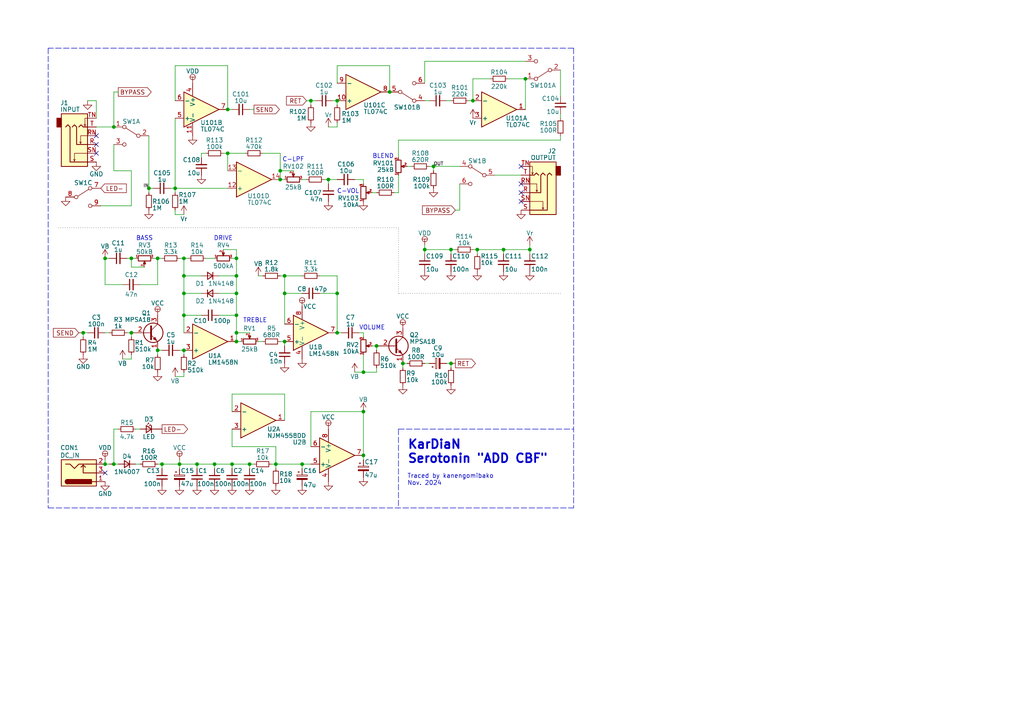
<source format=kicad_sch>
(kicad_sch (version 20231120) (generator "eeschema") (generator_version "8.0")
  (paper "A4")
  (junction (at 53.34 101.6))
  (junction (at 113.03 26.67))
  (junction (at 24.13 96.52))
  (junction (at 38.1 96.52))
  (junction (at 66.04 31.75))
  (junction (at 80.01 134.62))
  (junction (at 68.58 96.52))
  (junction (at 30.48 134.62))
  (junction (at 53.34 80.01))
  (junction (at 66.04 44.45))
  (junction (at 130.81 105.41))
  (junction (at 81.28 52.07))
  (junction (at 109.22 100.33))
  (junction (at 95.25 52.07))
  (junction (at 87.63 134.62))
  (junction (at 30.48 74.93))
  (junction (at 153.67 72.39))
  (junction (at 82.55 99.06))
  (junction (at 97.79 96.52))
  (junction (at 123.19 72.39))
  (junction (at 105.41 132.08))
  (junction (at 68.58 99.06))
  (junction (at 33.02 36.83))
  (junction (at 68.58 74.93))
  (junction (at 90.17 29.21))
  (junction (at 97.79 85.09))
  (junction (at 105.41 119.38))
  (junction (at 146.05 72.39))
  (junction (at 68.58 80.01))
  (junction (at 45.72 101.6))
  (junction (at 68.58 85.09))
  (junction (at 53.34 85.09))
  (junction (at 81.28 49.53))
  (junction (at 45.72 74.93))
  (junction (at 67.31 134.62))
  (junction (at 38.1 74.93))
  (junction (at 46.99 134.62))
  (junction (at 82.55 85.09))
  (junction (at 82.55 80.01))
  (junction (at 105.41 107.95))
  (junction (at 97.79 29.21))
  (junction (at 57.15 134.62))
  (junction (at 52.07 134.62))
  (junction (at 152.4 22.86))
  (junction (at 68.58 91.44))
  (junction (at 130.81 72.39))
  (junction (at 125.73 48.26))
  (junction (at 62.23 134.62))
  (junction (at 33.02 134.62))
  (junction (at 137.16 29.21))
  (junction (at 138.43 72.39))
  (junction (at 43.18 54.61))
  (junction (at 116.84 105.41))
  (junction (at 50.8 54.61))
  (junction (at 72.39 134.62))
  (junction (at 53.34 91.44))
  (junction (at 53.34 74.93))
  (no_connect (at 151.13 53.34))
  (no_connect (at 30.48 137.16))
  (no_connect (at 27.94 41.91))
  (no_connect (at 27.94 44.45))
  (no_connect (at 151.13 58.42))
  (no_connect (at 151.13 48.26))
  (no_connect (at 151.13 55.88))
  (no_connect (at 27.94 39.37))
  (wire (pts (xy 124.46 48.26) (xy 125.73 48.26)))
  (wire (pts (xy 146.05 72.39) (xy 153.67 72.39)))
  (wire (pts (xy 82.55 99.06) (xy 82.55 100.33)))
  (wire (pts (xy 129.54 29.21) (xy 130.81 29.21)))
  (wire (pts (xy 81.28 99.06) (xy 82.55 99.06)))
  (wire (pts (xy 88.9 29.21) (xy 90.17 29.21)))
  (wire (pts (xy 102.87 52.07) (xy 105.41 52.07)))
  (wire (pts (xy 105.41 107.95) (xy 109.22 107.95)))
  (wire (pts (xy 53.34 62.23) (xy 50.8 62.23)))
  (wire (pts (xy 68.58 85.09) (xy 68.58 91.44)))
  (wire (pts (xy 92.71 85.09) (xy 97.79 85.09)))
  (wire (pts (xy 43.18 54.61) (xy 43.18 55.88)))
  (wire (pts (xy 72.39 134.62) (xy 72.39 135.89)))
  (wire (pts (xy 123.19 105.41) (xy 124.46 105.41)))
  (wire (pts (xy 46.99 134.62) (xy 46.99 135.89)))
  (wire (pts (xy 41.91 77.47) (xy 38.1 77.47)))
  (wire (pts (xy 38.1 102.87) (xy 38.1 104.14)))
  (wire (pts (xy 57.15 134.62) (xy 57.15 135.89)))
  (wire (pts (xy 138.43 72.39) (xy 137.16 72.39)))
  (wire (pts (xy 81.28 49.53) (xy 81.28 52.07)))
  (wire (pts (xy 45.72 134.62) (xy 46.99 134.62)))
  (wire (pts (xy 67.31 124.46) (xy 67.31 129.54)))
  (wire (pts (xy 46.99 134.62) (xy 52.07 134.62)))
  (wire (pts (xy 52.07 74.93) (xy 53.34 74.93)))
  (wire (pts (xy 74.93 80.01) (xy 76.2 80.01)))
  (wire (pts (xy 66.04 44.45) (xy 66.04 49.53)))
  (wire (pts (xy 38.1 49.53) (xy 33.02 49.53)))
  (wire (pts (xy 115.57 40.64) (xy 162.56 40.64)))
  (wire (pts (xy 95.25 52.07) (xy 97.79 52.07)))
  (wire (pts (xy 33.02 49.53) (xy 33.02 41.91)))
  (wire (pts (xy 24.13 96.52) (xy 25.4 96.52)))
  (wire (pts (xy 105.41 132.08) (xy 105.41 133.35)))
  (wire (pts (xy 53.34 80.01) (xy 53.34 85.09)))
  (wire (pts (xy 72.39 31.75) (xy 73.66 31.75)))
  (polyline (pts (xy 166.37 13.97) (xy 13.97 13.97)) (stroke (width 0) (type dash)))
  (wire (pts (xy 68.58 74.93) (xy 68.58 80.01)))
  (wire (pts (xy 67.31 119.38) (xy 67.31 114.3)))
  (wire (pts (xy 97.79 85.09) (xy 97.79 96.52)))
  (wire (pts (xy 50.8 29.21) (xy 50.8 19.05)))
  (wire (pts (xy 27.94 29.21) (xy 27.94 34.29)))
  (wire (pts (xy 52.07 135.89) (xy 52.07 134.62)))
  (wire (pts (xy 50.8 54.61) (xy 66.04 54.61)))
  (wire (pts (xy 68.58 91.44) (xy 63.5 91.44)))
  (wire (pts (xy 104.14 96.52) (xy 105.41 96.52)))
  (wire (pts (xy 68.58 96.52) (xy 72.39 96.52)))
  (wire (pts (xy 105.41 102.87) (xy 105.41 107.95)))
  (wire (pts (xy 162.56 33.02) (xy 162.56 34.29)))
  (polyline (pts (xy 166.37 13.97) (xy 166.37 147.32)) (stroke (width 0) (type dash)))
  (wire (pts (xy 53.34 85.09) (xy 53.34 91.44)))
  (wire (pts (xy 97.79 29.21) (xy 97.79 30.48)))
  (wire (pts (xy 38.1 49.53) (xy 38.1 59.69)))
  (wire (pts (xy 50.8 54.61) (xy 50.8 34.29)))
  (wire (pts (xy 133.35 60.96) (xy 132.08 60.96)))
  (wire (pts (xy 68.58 80.01) (xy 68.58 85.09)))
  (wire (pts (xy 90.17 134.62) (xy 87.63 134.62)))
  (wire (pts (xy 82.55 80.01) (xy 82.55 85.09)))
  (wire (pts (xy 53.34 107.95) (xy 53.34 109.22)))
  (wire (pts (xy 33.02 134.62) (xy 34.29 134.62)))
  (wire (pts (xy 138.43 72.39) (xy 138.43 73.66)))
  (wire (pts (xy 147.32 22.86) (xy 152.4 22.86)))
  (wire (pts (xy 30.48 82.55) (xy 35.56 82.55)))
  (wire (pts (xy 24.13 96.52) (xy 24.13 97.79)))
  (wire (pts (xy 68.58 80.01) (xy 63.5 80.01)))
  (wire (pts (xy 58.42 80.01) (xy 53.34 80.01)))
  (wire (pts (xy 95.25 36.83) (xy 97.79 36.83)))
  (wire (pts (xy 91.44 29.21) (xy 90.17 29.21)))
  (wire (pts (xy 58.42 91.44) (xy 53.34 91.44)))
  (wire (pts (xy 30.48 96.52) (xy 31.75 96.52)))
  (wire (pts (xy 39.37 124.46) (xy 40.64 124.46)))
  (wire (pts (xy 87.63 135.89) (xy 87.63 134.62)))
  (wire (pts (xy 102.87 107.95) (xy 105.41 107.95)))
  (wire (pts (xy 38.1 74.93) (xy 39.37 74.93)))
  (wire (pts (xy 34.29 26.67) (xy 33.02 26.67)))
  (wire (pts (xy 53.34 74.93) (xy 54.61 74.93)))
  (wire (pts (xy 68.58 85.09) (xy 63.5 85.09)))
  (wire (pts (xy 142.24 22.86) (xy 137.16 22.86)))
  (wire (pts (xy 87.63 52.07) (xy 88.9 52.07)))
  (wire (pts (xy 133.35 53.34) (xy 133.35 60.96)))
  (wire (pts (xy 27.94 36.83) (xy 33.02 36.83)))
  (wire (pts (xy 123.19 73.66) (xy 123.19 72.39)))
  (wire (pts (xy 66.04 31.75) (xy 67.31 31.75)))
  (wire (pts (xy 93.98 52.07) (xy 95.25 52.07)))
  (wire (pts (xy 97.79 35.56) (xy 97.79 36.83)))
  (wire (pts (xy 66.04 19.05) (xy 66.04 31.75)))
  (wire (pts (xy 45.72 74.93) (xy 46.99 74.93)))
  (wire (pts (xy 97.79 96.52) (xy 99.06 96.52)))
  (wire (pts (xy 43.18 39.37) (xy 43.18 54.61)))
  (wire (pts (xy 33.02 26.67) (xy 33.02 36.83)))
  (wire (pts (xy 135.89 29.21) (xy 137.16 29.21)))
  (wire (pts (xy 90.17 119.38) (xy 105.41 119.38)))
  (wire (pts (xy 87.63 80.01) (xy 82.55 80.01)))
  (wire (pts (xy 50.8 54.61) (xy 50.8 55.88)))
  (wire (pts (xy 44.45 54.61) (xy 43.18 54.61)))
  (wire (pts (xy 107.95 55.88) (xy 109.22 55.88)))
  (wire (pts (xy 30.48 74.93) (xy 31.75 74.93)))
  (wire (pts (xy 81.28 49.53) (xy 85.09 49.53)))
  (wire (pts (xy 33.02 124.46) (xy 34.29 124.46)))
  (polyline (pts (xy 13.97 147.32) (xy 166.37 147.32)) (stroke (width 0) (type dash)))
  (wire (pts (xy 97.79 24.13) (xy 97.79 19.05)))
  (wire (pts (xy 36.83 74.93) (xy 38.1 74.93)))
  (polyline (pts (xy 115.57 124.46) (xy 166.37 124.46)) (stroke (width 0) (type dash)))
  (wire (pts (xy 123.19 24.13) (xy 123.19 17.78)))
  (wire (pts (xy 123.19 71.12) (xy 123.19 72.39)))
  (wire (pts (xy 68.58 72.39) (xy 68.58 74.93)))
  (wire (pts (xy 59.69 74.93) (xy 62.23 74.93)))
  (polyline (pts (xy 115.57 124.46) (xy 115.57 147.32)) (stroke (width 0) (type dash)))
  (wire (pts (xy 68.58 99.06) (xy 68.58 96.52)))
  (wire (pts (xy 68.58 91.44) (xy 68.58 96.52)))
  (wire (pts (xy 81.28 52.07) (xy 82.55 52.07)))
  (wire (pts (xy 123.19 29.21) (xy 124.46 29.21)))
  (wire (pts (xy 30.48 133.35) (xy 30.48 134.62)))
  (wire (pts (xy 82.55 85.09) (xy 87.63 85.09)))
  (wire (pts (xy 153.67 71.12) (xy 153.67 72.39)))
  (wire (pts (xy 58.42 85.09) (xy 53.34 85.09)))
  (wire (pts (xy 49.53 54.61) (xy 50.8 54.61)))
  (wire (pts (xy 116.84 105.41) (xy 116.84 106.68)))
  (wire (pts (xy 53.34 101.6) (xy 53.34 102.87)))
  (wire (pts (xy 123.19 17.78) (xy 152.4 17.78)))
  (wire (pts (xy 25.4 29.21) (xy 27.94 29.21)))
  (wire (pts (xy 67.31 135.89) (xy 67.31 134.62)))
  (wire (pts (xy 96.52 29.21) (xy 97.79 29.21)))
  (wire (pts (xy 95.25 52.07) (xy 95.25 53.34)))
  (wire (pts (xy 80.01 134.62) (xy 87.63 134.62)))
  (wire (pts (xy 45.72 82.55) (xy 45.72 74.93)))
  (wire (pts (xy 38.1 59.69) (xy 29.21 59.69)))
  (wire (pts (xy 82.55 85.09) (xy 82.55 93.98)))
  (wire (pts (xy 162.56 40.64) (xy 162.56 39.37)))
  (polyline (pts (xy 162.56 85.09) (xy 115.57 85.09)) (stroke (width 0) (type dot) (color 72 72 72 1)))
  (wire (pts (xy 125.73 48.26) (xy 125.73 49.53)))
  (wire (pts (xy 82.55 114.3) (xy 82.55 121.92)))
  (wire (pts (xy 115.57 55.88) (xy 114.3 55.88)))
  (wire (pts (xy 130.81 72.39) (xy 130.81 73.66)))
  (wire (pts (xy 80.01 134.62) (xy 80.01 129.54)))
  (wire (pts (xy 123.19 72.39) (xy 130.81 72.39)))
  (wire (pts (xy 129.54 105.41) (xy 130.81 105.41)))
  (wire (pts (xy 143.51 50.8) (xy 151.13 50.8)))
  (wire (pts (xy 44.45 74.93) (xy 45.72 74.93)))
  (wire (pts (xy 30.48 134.62) (xy 31.75 134.62)))
  (wire (pts (xy 97.79 80.01) (xy 97.79 85.09)))
  (wire (pts (xy 130.81 72.39) (xy 132.08 72.39)))
  (wire (pts (xy 71.12 44.45) (xy 66.04 44.45)))
  (wire (pts (xy 146.05 72.39) (xy 138.43 72.39)))
  (wire (pts (xy 137.16 29.21) (xy 137.16 22.86)))
  (wire (pts (xy 125.73 48.26) (xy 133.35 48.26)))
  (wire (pts (xy 78.74 134.62) (xy 80.01 134.62)))
  (wire (pts (xy 50.8 19.05) (xy 66.04 19.05)))
  (wire (pts (xy 57.15 134.62) (xy 62.23 134.62)))
  (wire (pts (xy 105.41 96.52) (xy 105.41 97.79)))
  (polyline (pts (xy 115.57 66.04) (xy 16.51 66.04)) (stroke (width 0) (type dot) (color 72 72 72 1)))
  (wire (pts (xy 53.34 74.93) (xy 53.34 80.01)))
  (polyline (pts (xy 13.97 13.97) (xy 13.97 147.32)) (stroke (width 0) (type dash)))
  (wire (pts (xy 109.22 106.68) (xy 109.22 107.95)))
  (wire (pts (xy 40.64 82.55) (xy 45.72 82.55)))
  (wire (pts (xy 58.42 44.45) (xy 58.42 45.72)))
  (wire (pts (xy 35.56 104.14) (xy 38.1 104.14)))
  (wire (pts (xy 113.03 19.05) (xy 113.03 26.67)))
  (wire (pts (xy 38.1 77.47) (xy 38.1 74.93)))
  (wire (pts (xy 50.8 60.96) (xy 50.8 62.23)))
  (wire (pts (xy 62.23 134.62) (xy 67.31 134.62)))
  (wire (pts (xy 130.81 105.41) (xy 130.81 106.68)))
  (wire (pts (xy 66.04 44.45) (xy 64.77 44.45)))
  (wire (pts (xy 72.39 134.62) (xy 73.66 134.62)))
  (wire (pts (xy 52.07 101.6) (xy 53.34 101.6)))
  (wire (pts (xy 62.23 134.62) (xy 62.23 135.89)))
  (wire (pts (xy 36.83 96.52) (xy 38.1 96.52)))
  (wire (pts (xy 38.1 96.52) (xy 38.1 97.79)))
  (wire (pts (xy 52.07 134.62) (xy 57.15 134.62)))
  (wire (pts (xy 76.2 44.45) (xy 81.28 44.45)))
  (wire (pts (xy 115.57 50.8) (xy 115.57 55.88)))
  (wire (pts (xy 81.28 80.01) (xy 82.55 80.01)))
  (wire (pts (xy 116.84 105.41) (xy 118.11 105.41)))
  (wire (pts (xy 152.4 22.86) (xy 152.4 31.75)))
  (wire (pts (xy 50.8 109.22) (xy 53.34 109.22)))
  (wire (pts (xy 115.57 40.64) (xy 115.57 45.72)))
  (wire (pts (xy 109.22 100.33) (xy 109.22 101.6)))
  (wire (pts (xy 45.72 101.6) (xy 45.72 102.87)))
  (wire (pts (xy 153.67 73.66) (xy 153.67 72.39)))
  (wire (pts (xy 92.71 80.01) (xy 97.79 80.01)))
  (wire (pts (xy 105.41 119.38) (xy 105.41 132.08)))
  (wire (pts (xy 74.93 99.06) (xy 76.2 99.06)))
  (wire (pts (xy 105.41 52.07) (xy 105.41 53.34)))
  (wire (pts (xy 113.03 19.05) (xy 97.79 19.05)))
  (wire (pts (xy 119.38 48.26) (xy 118.11 48.26)))
  (wire (pts (xy 58.42 44.45) (xy 59.69 44.45)))
  (wire (pts (xy 80.01 129.54) (xy 67.31 129.54)))
  (wire (pts (xy 162.56 20.32) (xy 162.56 27.94)))
  (wire (pts (xy 39.37 134.62) (xy 40.64 134.62)))
  (wire (pts (xy 52.07 133.35) (xy 52.07 134.62)))
  (wire (pts (xy 107.95 100.33) (xy 109.22 100.33)))
  (wire (pts (xy 30.48 74.93) (xy 30.48 82.55)))
  (wire (pts (xy 146.05 73.66) (xy 146.05 72.39)))
  (wire (pts (xy 67.31 134.62) (xy 72.39 134.62)))
  (wire (pts (xy 53.34 91.44) (xy 53.34 96.52)))
  (wire (pts (xy 80.01 134.62) (xy 80.01 135.89)))
  (wire (pts (xy 90.17 129.54) (xy 90.17 119.38)))
  (polyline (pts (xy 115.57 85.09) (xy 115.57 66.04)) (stroke (width 0) (type dot) (color 72 72 72 1)))
  (wire (pts (xy 45.72 101.6) (xy 46.99 101.6)))
  (wire (pts (xy 90.17 29.21) (xy 90.17 30.48)))
  (wire (pts (xy 67.31 114.3) (xy 82.55 114.3)))
  (wire (pts (xy 67.31 74.93) (xy 68.58 74.93)))
  (wire (pts (xy 68.58 99.06) (xy 69.85 99.06)))
  (wire (pts (xy 33.02 124.46) (xy 33.02 134.62)))
  (wire (pts (xy 81.28 44.45) (xy 81.28 49.53)))
  (wire (pts (xy 64.77 72.39) (xy 68.58 72.39)))
  (text "VOLUME" (at 104.14 95.885 0) (effects (font (size 1.27 1.27)) (justify left bottom)))
  (text "KarDiaN\nSerotonin \"ADD CBF\"" (at 118.11 134.62 0) (effects (font (size 2.54 2.54) (thickness 0.508) (bold yes)) (justify left bottom)))
  (text "C-LPF" (at 85.09 46.355 0) (effects (font (size 1.27 1.27))))
  (text "C-VOL" (at 100.965 55.5625 0) (effects (font (size 1.27 1.27))))
  (text "Traced by kanengomibako\nNov. 2024" (at 118.11 140.97 0) (effects (font (size 1.27 1.27)) (justify left bottom)))
  (text "BASS" (at 41.91 69.215 0) (effects (font (size 1.27 1.27))))
  (text "TREBLE" (at 73.9775 93.0275 0) (effects (font (size 1.27 1.27))))
  (text "DRIVE" (at 64.77 69.215 0) (effects (font (size 1.27 1.27))))
  (text "BLEND" (at 111.125 45.4025 0) (effects (font (size 1.27 1.27))))
  (label "IN" (at 43.18 54.61 180) (effects (font (size 0.9525 0.9525))))
  (label "OUT" (at 125.73 48.26 0) (effects (font (size 0.9525 0.9525))))
  (global_label "RET" (shape input) (at 88.9 29.21 180) (property "Intersheetrefs" "${INTERSHEET_REFS}" (effects (hide yes))))
  (global_label "SEND" (shape input) (at 22.86 96.52 180) (property "Intersheetrefs" "${INTERSHEET_REFS}" (effects (hide yes))))
  (global_label "LED-" (shape input) (at 29.21 54.61 0) (property "Intersheetrefs" "${INTERSHEET_REFS}" (effects (hide yes))))
  (global_label "SEND" (shape output) (at 73.66 31.75 0) (property "Intersheetrefs" "${INTERSHEET_REFS}" (effects (hide yes))))
  (global_label "LED-" (shape output) (at 46.99 124.46 0) (property "Intersheetrefs" "${INTERSHEET_REFS}" (effects (hide yes))))
  (global_label "RET" (shape output) (at 132.08 105.41 0) (property "Intersheetrefs" "${INTERSHEET_REFS}" (effects (hide yes))))
  (global_label "BYPASS" (shape input) (at 132.08 60.96 180) (property "Intersheetrefs" "${INTERSHEET_REFS}" (effects (hide yes))))
  (global_label "BYPASS" (shape output) (at 34.29 26.67 0) (property "Intersheetrefs" "${INTERSHEET_REFS}" (effects (hide yes))))
  (symbol (lib_id "Device:R_Potentiometer_Small") (at 72.39 99.06 90) (unit 1)
    (property "Reference" "RV1" (at 72.39 95.25 90))
    (property "Value" "25kB" (at 72.39 101.2825 90))
    (property "Footprint" "myFoot:my_pot_5mm" (effects (hide yes)))
    (property "Sim.Device" "R" (effects (hide yes)))
    (property "Sim.Type" "POT" (effects (hide yes)))
    (property "Sim.Pins" "1=r0 2=wiper 3=r1" (effects (hide yes)))
    (property "Sim.Params" "r=50k" (effects (hide yes)))
  )
  (symbol (lib_id "Device:R_Small") (at 144.78 22.86 90) (mirror x) (unit 1)
    (property "Reference" "R104" (at 144.78 20.955 90))
    (property "Value" "220k" (at 144.78 25.0825 90))
    (property "Footprint" "Resistor_SMD:R_0805_2012Metric" (effects (hide yes)))
    (property "Sim.Device" "R" (effects (hide yes)))
    (property "Sim.Pins" "1=+ 2=-" (effects (hide yes)))
  )
  (symbol (lib_id "power:GND") (at 130.81 111.76 0) (unit 1)
    (property "Reference" "#PWR04" (effects (hide yes)))
    (property "Value" "GND" (effects (hide yes)))
  )
  (symbol (lib_id "myLib:VB") (at 30.48 74.93 0) (unit 1)
    (property "Reference" "#PWR010" (effects (hide yes)))
    (property "Value" "VB" (at 30.48 71.4375 0))
    (property "Description" "Power symbol creates a global label with name \"+4V5\"" (effects (hide yes)))
  )
  (symbol (lib_id "Device:C_Small") (at 57.15 138.43 0) (unit 1)
    (property "Reference" "C1" (at 57.4675 136.525 0) (effects (justify left)))
    (property "Value" "100n" (at 57.15 140.335 0) (effects (justify left)))
    (property "Footprint" "Capacitor_THT:C_Rect_L7.0mm_W2.0mm_P5.00mm" (effects (hide yes)))
    (property "Sim.Device" "C" (effects (hide yes)))
    (property "Sim.Pins" "1=+ 2=-" (effects (hide yes)))
  )
  (symbol (lib_id "power:GND") (at 27.94 46.99 0) (unit 1)
    (property "Reference" "#PWR015" (effects (hide yes)))
    (property "Value" "GND" (at 27.94 50.4825 0))
  )
  (symbol (lib_id "Device:R_Small") (at 130.81 109.22 180) (unit 1)
    (property "Reference" "R10" (at 129.8575 108.9025 0) (effects (justify left)))
    (property "Value" "100k" (at 129.8575 110.8075 0) (effects (justify left)))
    (property "Footprint" "Resistor_THT:R_Axial_DIN0207_L6.3mm_D2.5mm_P10.16mm_Horizontal" (effects (hide yes)))
    (property "Sim.Device" "R" (effects (hide yes)))
    (property "Sim.Pins" "1=+ 2=-" (effects (hide yes)))
  )
  (symbol (lib_id "Device:R_Small") (at 120.65 105.41 270) (unit 1)
    (property "Reference" "R8" (at 120.65 101.6 90))
    (property "Value" "100R" (at 120.65 103.505 90))
    (property "Footprint" "Resistor_THT:R_Axial_DIN0207_L6.3mm_D2.5mm_P10.16mm_Horizontal" (effects (hide yes)))
    (property "Sim.Device" "R" (effects (hide yes)))
    (property "Sim.Pins" "1=+ 2=-" (effects (hide yes)))
  )
  (symbol (lib_id "myLib:VB") (at 53.34 62.23 0) (unit 1)
    (property "Reference" "#PWR036" (effects (hide yes)))
    (property "Value" "Vr" (at 53.34 63.5 0))
    (property "Description" "Power symbol creates a global label with name \"+4V5\"" (effects (hide yes)))
  )
  (symbol (lib_id "Device:C_Small") (at 49.53 101.6 90) (mirror x) (unit 1)
    (property "Reference" "C5" (at 49.53 97.155 90))
    (property "Value" "1u" (at 49.53 99.06 90))
    (property "Footprint" "Capacitor_THT:C_Rect_L7.0mm_W2.0mm_P5.00mm" (effects (hide yes)))
    (property "Sim.Device" "C" (effects (hide yes)))
    (property "Sim.Pins" "1=+ 2=-" (effects (hide yes)))
  )
  (symbol (lib_id "myLib:my_conn_line") (at 33.02 134.62 180) (unit 1)
    (property "Reference" "CN1" (effects (hide yes)))
    (property "Value" "006" (effects (hide yes)))
    (property "Footprint" "myFoot:my_conn" (effects (hide yes)))
    (property "Description" "Diode, small symbol" (effects (hide yes)))
  )
  (symbol (lib_id "Device:R_Potentiometer_Small") (at 85.09 52.07 90) (unit 1)
    (property "Reference" "RV102" (at 85.09 48.26 90))
    (property "Value" "25kB" (at 85.09 54.2925 90))
    (property "Footprint" "Connector_PinHeader_2.54mm:PinHeader_1x03_P2.54mm_Vertical" (effects (hide yes)))
    (property "Sim.Device" "R" (effects (hide yes)))
    (property "Sim.Type" "POT" (effects (hide yes)))
    (property "Sim.Pins" "1=r0 2=wiper 3=r1" (effects (hide yes)))
    (property "Sim.Params" "r=50k" (effects (hide yes)))
  )
  (symbol (lib_id "Device:C_Polarized_Small") (at 105.41 135.89 0) (unit 1)
    (property "Reference" "C17" (at 105.7275 133.985 0) (effects (justify left)))
    (property "Value" "47u" (at 105.7275 137.795 0) (effects (justify left)))
    (property "Footprint" "Capacitor_THT:CP_Radial_D8.0mm_P2.50mm" (effects (hide yes)))
    (property "Sim.Device" "C" (effects (hide yes)))
    (property "Sim.Pins" "1=+ 2=-" (effects (hide yes)))
  )
  (symbol (lib_id "power:GND") (at 105.41 58.42 0) (unit 1)
    (property "Reference" "#PWR048" (effects (hide yes)))
    (property "Value" "GND" (effects (hide yes)))
  )
  (symbol (lib_id "power:GND") (at 90.17 35.56 0) (mirror y) (unit 1)
    (property "Reference" "#PWR039" (effects (hide yes)))
    (property "Value" "GND" (effects (hide yes)))
  )
  (symbol (lib_id "myLib:my_conn_line") (at 24.13 96.52 180) (unit 1)
    (property "Reference" "CN3" (effects (hide yes)))
    (property "Value" "IN" (effects (hide yes)))
    (property "Footprint" "myFoot:my_conn" (effects (hide yes)))
    (property "Description" "Diode, small symbol" (effects (hide yes)))
  )
  (symbol (lib_id "Device:C_Polarized_Small") (at 52.07 138.43 0) (unit 1)
    (property "Reference" "C15" (at 52.3875 136.525 0) (effects (justify left)))
    (property "Value" "47u" (at 52.3875 140.335 0) (effects (justify left)))
    (property "Footprint" "Capacitor_THT:CP_Radial_D8.0mm_P2.50mm" (effects (hide yes)))
    (property "Sim.Device" "C" (effects (hide yes)))
    (property "Sim.Pins" "1=+ 2=-" (effects (hide yes)))
  )
  (symbol (lib_id "myLib:VB") (at 35.56 104.14 0) (unit 1)
    (property "Reference" "#PWR09" (effects (hide yes)))
    (property "Value" "VB" (at 35.56 105.41 0))
    (property "Description" "Power symbol creates a global label with name \"+4V5\"" (effects (hide yes)))
  )
  (symbol (lib_id "Amplifier_Operational:NJM4558") (at 60.96 99.06 0) (mirror x) (unit 1)
    (property "Reference" "U1" (at 60.325 103.1875 0) (effects (justify left)))
    (property "Value" "LM1458N" (at 60.325 105.0925 0) (effects (justify left)))
    (property "Footprint" "Package_DIP:DIP-8_W7.62mm" (effects (hide yes)))
    (property "Description" "Dual Operational Amplifier, DIP-8/DMP-8/SIP-8/SOP-8/SSOP-8" (effects (hide yes)))
  )
  (symbol (lib_id "Device:C_Small") (at 130.81 76.2 180) (unit 1)
    (property "Reference" "C110" (at 131.1275 74.295 0) (effects (justify right)))
    (property "Value" "100n" (at 131.1275 78.105 0) (effects (justify right)))
    (property "Footprint" "Capacitor_SMD:C_0805_2012Metric" (effects (hide yes)))
    (property "Sim.Device" "C" (effects (hide yes)))
    (property "Sim.Pins" "1=+ 2=-" (effects (hide yes)))
  )
  (symbol (lib_id "myLib:VB") (at 50.8 109.22 0) (unit 1)
    (property "Reference" "#PWR08" (effects (hide yes)))
    (property "Value" "VB" (at 50.8 110.49 0))
    (property "Description" "Power symbol creates a global label with name \"+4V5\"" (effects (hide yes)))
  )
  (symbol (lib_id "Amplifier_Operational:NJM4558") (at 97.79 132.08 0) (unit 3)
    (property "Reference" "U2" (effects (hide yes)))
    (property "Value" "NJM4558DD" (effects (hide yes)))
    (property "Footprint" "Package_DIP:DIP-8_W7.62mm" (effects (hide yes)))
    (property "Datasheet" "http://www.njr.com/semicon/PDF/NJM4558_NJM4559_E.pdf" (effects (hide yes)))
    (property "Description" "Dual Operational Amplifier, DIP-8/DMP-8/SIP-8/SOP-8/SSOP-8" (effects (hide yes)))
  )
  (symbol (lib_id "Device:R_Small") (at 43.18 58.42 0) (mirror y) (unit 1)
    (property "Reference" "R106" (at 44.1325 58.42 0) (effects (justify right)))
    (property "Value" "1M" (at 44.1325 60.325 0) (effects (justify right)))
    (property "Footprint" "Resistor_SMD:R_0805_2012Metric" (effects (hide yes)))
    (property "Sim.Device" "R" (effects (hide yes)))
    (property "Sim.Pins" "1=+ 2=-" (effects (hide yes)))
  )
  (symbol (lib_id "power:GND") (at 153.67 78.74 0) (mirror y) (unit 1)
    (property "Reference" "#PWR043" (effects (hide yes)))
    (property "Value" "GND" (effects (hide yes)))
  )
  (symbol (lib_id "myLib:VB") (at 95.25 36.83 0) (unit 1)
    (property "Reference" "#PWR07" (effects (hide yes)))
    (property "Value" "Vr" (at 95.25 33.3375 0))
    (property "Description" "Power symbol creates a global label with name \"+4V5\"" (effects (hide yes)))
  )
  (symbol (lib_id "Device:C_Small") (at 95.25 55.88 0) (mirror y) (unit 1)
    (property "Reference" "C107" (at 93.345 55.88 0) (effects (justify left)))
    (property "Value" "47n" (at 93.6625 57.785 0) (effects (justify left)))
    (property "Footprint" "Capacitor_SMD:C_0805_2012Metric" (effects (hide yes)))
    (property "Sim.Device" "C" (effects (hide yes)))
    (property "Sim.Pins" "1=+ 2=-" (effects (hide yes)))
  )
  (symbol (lib_id "power:GND") (at 55.88 39.37 0) (unit 1)
    (property "Reference" "#PWR058" (effects (hide yes)))
    (property "Value" "GND" (effects (hide yes)))
  )
  (symbol (lib_id "Amplifier_Operational:TL074") (at 105.41 26.67 0) (mirror x) (unit 3)
    (property "Reference" "U101" (at 105.41 30.48 0) (effects (justify left)))
    (property "Value" "TL074C" (at 105.41 32.385 0) (effects (justify left)))
    (property "Footprint" "Package_SO:SO-14_5.3x10.2mm_P1.27mm" (effects (hide yes)))
    (property "Description" "Quad Low-Noise JFET-Input Operational Amplifiers, DIP-14/SOIC-14" (effects (hide yes)))
  )
  (symbol (lib_id "Connector:Barrel_Jack_Switch") (at 22.86 137.16 0) (mirror x) (unit 1)
    (property "Reference" "CON1" (at 17.4625 129.8575 0) (effects (justify left)))
    (property "Value" "DC_IN" (at 17.4625 132.08 0) (effects (justify left)))
    (property "Footprint" "myFoot:my_DC_Jack" (effects (hide yes)))
    (property "Description" "DC Barrel Jack with an internal switch" (effects (hide yes)))
  )
  (symbol (lib_id "power:GND") (at 43.18 60.96 0) (unit 1)
    (property "Reference" "#PWR045" (effects (hide yes)))
    (property "Value" "GND" (effects (hide yes)))
  )
  (symbol (lib_id "power:GND") (at 130.81 78.74 0) (mirror y) (unit 1)
    (property "Reference" "#PWR040" (effects (hide yes)))
    (property "Value" "GND" (effects (hide yes)))
  )
  (symbol (lib_id "Device:R_Small") (at 134.62 72.39 270) (unit 1)
    (property "Reference" "R114" (at 134.62 68.58 90))
    (property "Value" "10k" (at 134.62 70.485 90))
    (property "Footprint" "Resistor_SMD:R_0805_2012Metric" (effects (hide yes)))
    (property "Sim.Device" "R" (effects (hide yes)))
    (property "Sim.Pins" "1=+ 2=-" (effects (hide yes)))
  )
  (symbol (lib_id "Device:D_Small") (at 60.96 80.01 180) (unit 1)
    (property "Reference" "D1" (at 59.3725 82.2325 0) (effects (justify left)))
    (property "Value" "1N4148" (at 60.325 82.2325 0) (effects (justify right)))
    (property "Footprint" "myFoot:my_D_P5.08mm_Horizontal" (effects (hide yes)))
    (property "Description" "Diode, small symbol" (effects (hide yes)))
    (property "Sim.Device" "D" (effects (hide yes)))
    (property "Sim.Pins" "1=K 2=A" (effects (hide yes)))
  )
  (symbol (lib_id "myLib:VCC") (at 123.19 71.12 0) (mirror y) (unit 1)
    (property "Reference" "#PWR037" (effects (hide yes)))
    (property "Value" "VDD" (at 123.19 67.6275 0))
  )
  (symbol (lib_id "Device:C_Small") (at 127 29.21 90) (mirror x) (unit 1)
    (property "Reference" "C103" (at 127 24.765 90))
    (property "Value" "1u" (at 127 26.67 90))
    (property "Footprint" "Capacitor_SMD:C_0805_2012Metric" (effects (hide yes)))
    (property "Sim.Device" "C" (effects (hide yes)))
    (property "Sim.Pins" "1=+ 2=-" (effects (hide yes)))
  )
  (symbol (lib_id "myLib:VB") (at 102.87 107.95 0) (unit 1)
    (property "Reference" "#PWR013" (effects (hide yes)))
    (property "Value" "VB" (at 102.87 109.22 0))
    (property "Description" "Power symbol creates a global label with name \"+4V5\"" (effects (hide yes)))
  )
  (symbol (lib_id "Device:R_Small") (at 125.73 52.07 0) (mirror x) (unit 1)
    (property "Reference" "R109" (at 124.7775 52.07 0) (effects (justify right)))
    (property "Value" "100k" (at 124.7775 53.975 0) (effects (justify right)))
    (property "Footprint" "Resistor_SMD:R_0805_2012Metric" (effects (hide yes)))
    (property "Sim.Device" "R" (effects (hide yes)))
    (property "Sim.Pins" "1=+ 2=-" (effects (hide yes)))
  )
  (symbol (lib_id "Device:R_Small") (at 24.13 100.33 180) (unit 1)
    (property "Reference" "R4" (at 25.4 99.3775 0) (effects (justify right)))
    (property "Value" "1M" (at 25.4 101.2825 0) (effects (justify right)))
    (property "Footprint" "Resistor_THT:R_Axial_DIN0207_L6.3mm_D2.5mm_P10.16mm_Horizontal" (effects (hide yes)))
    (property "Sim.Device" "R" (effects (hide yes)))
    (property "Sim.Pins" "1=+ 2=-" (effects (hide yes)))
  )
  (symbol (lib_id "Device:R_Small") (at 76.2 134.62 90) (mirror x) (unit 1)
    (property "Reference" "R17" (at 76.2 130.81 90))
    (property "Value" "10k" (at 76.2 132.715 90))
    (property "Footprint" "Resistor_THT:R_Axial_DIN0207_L6.3mm_D2.5mm_P10.16mm_Horizontal" (effects (hide yes)))
    (property "Sim.Device" "R" (effects (hide yes)))
    (property "Sim.Pins" "1=+ 2=-" (effects (hide yes)))
  )
  (symbol (lib_id "power:GND") (at 105.41 138.43 0) (unit 1)
    (property "Reference" "#PWR030" (effects (hide yes)))
    (property "Value" "GND" (effects (hide yes)))
  )
  (symbol (lib_id "Amplifier_Operational:TL074") (at 58.42 31.75 0) (unit 5)
    (property "Reference" "U101" (effects (hide yes)))
    (property "Value" "TL074C" (effects (hide yes)))
    (property "Footprint" "Package_SO:SO-14_5.3x10.2mm_P1.27mm" (effects (hide yes)))
    (property "Description" "Quad Low-Noise JFET-Input Operational Amplifiers, DIP-14/SOIC-14" (effects (hide yes)))
  )
  (symbol (lib_id "Device:C_Small") (at 34.29 74.93 90) (mirror x) (unit 1)
    (property "Reference" "C11" (at 34.29 70.485 90))
    (property "Value" "1u" (at 34.29 72.39 90))
    (property "Footprint" "Capacitor_THT:C_Rect_L7.0mm_W2.0mm_P5.00mm" (effects (hide yes)))
    (property "Sim.Device" "C" (effects (hide yes)))
    (property "Sim.Pins" "1=+ 2=-" (effects (hide yes)))
  )
  (symbol (lib_id "Device:R_Potentiometer_Small") (at 41.91 74.93 90) (mirror x) (unit 1)
    (property "Reference" "RV3" (at 41.91 71.12 90))
    (property "Value" "50kB" (at 41.91 73.025 90))
    (property "Footprint" "myFoot:my_pot_5mm" (effects (hide yes)))
    (property "Sim.Device" "R" (effects (hide yes)))
    (property "Sim.Type" "POT" (effects (hide yes)))
    (property "Sim.Pins" "1=r0 2=wiper 3=r1" (effects (hide yes)))
    (property "Sim.Params" "r=50k" (effects (hide yes)))
  )
  (symbol (lib_id "myLib:VB") (at 74.93 80.01 0) (unit 1)
    (property "Reference" "#PWR012" (effects (hide yes)))
    (property "Value" "VB" (at 74.93 76.5175 0))
    (property "Description" "Power symbol creates a global label with name \"+4V5\"" (effects (hide yes)))
  )
  (symbol (lib_id "Device:R_Small") (at 45.72 105.41 0) (unit 1)
    (property "Reference" "R7" (at 44.7675 104.4575 0) (effects (justify right)))
    (property "Value" "10k" (at 44.7675 106.3625 0) (effects (justify right)))
    (property "Footprint" "Resistor_THT:R_Axial_DIN0207_L6.3mm_D2.5mm_P10.16mm_Horizontal" (effects (hide yes)))
    (property "Sim.Device" "R" (effects (hide yes)))
    (property "Sim.Pins" "1=+ 2=-" (effects (hide yes)))
  )
  (symbol (lib_id "Device:R_Small") (at 57.15 74.93 90) (mirror x) (unit 1)
    (property "Reference" "R14" (at 57.15 71.12 90))
    (property "Value" "10k" (at 57.15 73.025 90))
    (property "Footprint" "Resistor_THT:R_Axial_DIN0207_L6.3mm_D2.5mm_P10.16mm_Horizontal" (effects (hide yes)))
    (property "Sim.Device" "R" (effects (hide yes)))
    (property "Sim.Pins" "1=+ 2=-" (effects (hide yes)))
  )
  (symbol (lib_id "power:GND") (at 57.15 140.97 0) (unit 1)
    (property "Reference" "#PWR018" (effects (hide yes)))
    (property "Value" "GND" (effects (hide yes)))
  )
  (symbol (lib_id "power:GND") (at 95.25 58.42 0) (unit 1)
    (property "Reference" "#PWR047" (effects (hide yes)))
    (property "Value" "GND" (effects (hide yes)))
  )
  (symbol (lib_id "Device:C_Small") (at 67.31 138.43 180) (unit 1)
    (property "Reference" "C2" (at 67.6275 136.525 0) (effects (justify right)))
    (property "Value" "100n" (at 67.31 140.335 0) (effects (justify right)))
    (property "Footprint" "Capacitor_THT:C_Rect_L7.0mm_W2.0mm_P5.00mm" (effects (hide yes)))
    (property "Sim.Device" "C" (effects (hide yes)))
    (property "Sim.Pins" "1=+ 2=-" (effects (hide yes)))
  )
  (symbol (lib_id "Device:R_Small") (at 43.18 134.62 90) (mirror x) (unit 1)
    (property "Reference" "R16" (at 43.18 130.81 90))
    (property "Value" "100R" (at 43.18 132.715 90))
    (property "Footprint" "Resistor_THT:R_Axial_DIN0207_L6.3mm_D2.5mm_P10.16mm_Horizontal" (effects (hide yes)))
    (property "Sim.Device" "R" (effects (hide yes)))
    (property "Sim.Pins" "1=+ 2=-" (effects (hide yes)))
  )
  (symbol (lib_id "Device:C_Small") (at 72.39 138.43 180) (unit 1)
    (property "Reference" "C14" (at 72.7075 136.525 0) (effects (justify right)))
    (property "Value" "100n" (at 72.39 140.335 0) (effects (justify right)))
    (property "Footprint" "Capacitor_THT:C_Rect_L7.0mm_W2.0mm_P5.00mm" (effects (hide yes)))
    (property "Sim.Device" "C" (effects (hide yes)))
    (property "Sim.Pins" "1=+ 2=-" (effects (hide yes)))
  )
  (symbol (lib_id "Device:C_Small") (at 153.67 76.2 180) (unit 1)
    (property "Reference" "C112" (at 153.9875 74.295 0) (effects (justify right)))
    (property "Value" "100n" (at 153.9875 78.105 0) (effects (justify right)))
    (property "Footprint" "Capacitor_SMD:C_0805_2012Metric" (effects (hide yes)))
    (property "Sim.Device" "C" (effects (hide yes)))
    (property "Sim.Pins" "1=+ 2=-" (effects (hide yes)))
  )
  (symbol (lib_id "Device:R_Small") (at 80.01 138.43 180) (unit 1)
    (property "Reference" "R18" (at 80.9625 137.4775 0) (effects (justify right)))
    (property "Value" "10k" (at 80.9625 139.3825 0) (effects (justify right)))
    (property "Footprint" "Resistor_THT:R_Axial_DIN0207_L6.3mm_D2.5mm_P10.16mm_Horizontal" (effects (hide yes)))
    (property "Sim.Device" "R" (effects (hide yes)))
    (property "Sim.Pins" "1=+ 2=-" (effects (hide yes)))
  )
  (symbol (lib_id "Amplifier_Operational:NJM4558") (at 74.93 121.92 0) (mirror x) (unit 1)
    (property "Reference" "U2" (at 77.47 124.46 0) (effects (justify left)))
    (property "Value" "NJM4558DD" (at 77.47 126.365 0) (effects (justify left)))
    (property "Footprint" "Package_DIP:DIP-8_W7.62mm" (effects (hide yes)))
    (property "Datasheet" "http://www.njr.com/semicon/PDF/NJM4558_NJM4559_E.pdf" (effects (hide yes)))
    (property "Description" "Dual Operational Amplifier, DIP-8/DMP-8/SIP-8/SOP-8/SSOP-8" (effects (hide yes)))
  )
  (symbol (lib_id "Device:R_Small") (at 91.44 52.07 270) (unit 1)
    (property "Reference" "R111" (at 91.44 48.26 90))
    (property "Value" "100R" (at 91.44 50.165 90))
    (property "Footprint" "Resistor_SMD:R_0805_2012Metric" (effects (hide yes)))
    (property "Sim.Device" "R" (effects (hide yes)))
    (property "Sim.Pins" "1=+ 2=-" (effects (hide yes)))
  )
  (symbol (lib_id "Device:C_Small") (at 82.55 102.87 180) (unit 1)
    (property "Reference" "C4" (at 80.645 102.87 0) (effects (justify left)))
    (property "Value" "10n" (at 81.915 104.775 0) (effects (justify left)))
    (property "Footprint" "Capacitor_THT:C_Rect_L7.0mm_W2.0mm_P5.00mm" (effects (hide yes)))
    (property "Sim.Device" "C" (effects (hide yes)))
    (property "Sim.Pins" "1=+ 2=-" (effects (hide yes)))
  )
  (symbol (lib_id "Device:R_Small") (at 36.83 124.46 90) (mirror x) (unit 1)
    (property "Reference" "R15" (at 36.83 122.555 90))
    (property "Value" "4.7k" (at 36.83 126.6825 90))
    (property "Footprint" "Resistor_THT:R_Axial_DIN0207_L6.3mm_D2.5mm_P10.16mm_Horizontal" (effects (hide yes)))
    (property "Sim.Device" "R" (effects (hide yes)))
    (property "Sim.Pins" "1=+ 2=-" (effects (hide yes)))
  )
  (symbol (lib_id "Device:R_Potentiometer_Small") (at 105.41 55.88 0) (mirror x) (unit 1)
    (property "Reference" "RV103" (at 104.14 57.4675 0) (effects (justify right)))
    (property "Value" "10kA" (at 104.14 59.3725 0) (effects (justify right)))
    (property "Footprint" "Connector_PinHeader_2.54mm:PinHeader_1x03_P2.54mm_Vertical" (effects (hide yes)))
    (property "Sim.Device" "R" (effects (hide yes)))
    (property "Sim.Type" "POT" (effects (hide yes)))
    (property "Sim.Pins" "1=r0 2=wiper 3=r1" (effects (hide yes)))
    (property "Sim.Params" "r=50k" (effects (hide yes)))
  )
  (symbol (lib_id "myLib:VCC") (at 52.07 133.35 0) (unit 1)
    (property "Reference" "#PWR01" (effects (hide yes)))
    (property "Value" "VCC" (at 52.07 129.8575 0))
  )
  (symbol (lib_id "myLib:SW_3PDT") (at 138.43 50.8 0) (mirror y) (unit 2)
    (property "Reference" "SW1" (at 138.43 46.6725 0))
    (property "Value" "SW1" (effects (hide yes)))
    (property "Footprint" "myFoot:my_sw_3pdt" (effects (hide yes)))
    (property "Description" "SW_3PDT" (effects (hide yes)))
  )
  (symbol (lib_id "Transistor_BJT:MPSA42") (at 43.18 96.52 0) (unit 1)
    (property "Reference" "Q1" (at 43.815 90.805 0) (effects (justify right)))
    (property "Value" "MPSA18" (at 43.815 92.71 0) (effects (justify right)))
    (property "Footprint" "Package_TO_SOT_THT:TO-92_Inline_Wide" (effects (hide yes)))
    (property "Description" "0.5A Ic, 300V Vce, NPN High Voltage Transistor, TO-92" (effects (hide yes)))
  )
  (symbol (lib_id "Amplifier_Operational:TL074") (at 73.66 52.07 0) (mirror x) (unit 4)
    (property "Reference" "U101" (at 71.755 56.8325 0) (effects (justify left)))
    (property "Value" "TL074C" (at 71.755 58.7375 0) (effects (justify left)))
    (property "Footprint" "Package_SO:SO-14_5.3x10.2mm_P1.27mm" (effects (hide yes)))
    (property "Description" "Quad Low-Noise JFET-Input Operational Amplifiers, DIP-14/SOIC-14" (effects (hide yes)))
  )
  (symbol (lib_id "Device:C_Small") (at 123.19 76.2 0) (unit 1)
    (property "Reference" "C109" (at 123.5075 74.295 0) (effects (justify left)))
    (property "Value" "10u" (at 123.5075 78.105 0) (effects (justify left)))
    (property "Footprint" "Capacitor_SMD:C_1206_3216Metric" (effects (hide yes)))
    (property "Sim.Device" "C" (effects (hide yes)))
    (property "Sim.Pins" "1=+ 2=-" (effects (hide yes)))
  )
  (symbol (lib_id "Device:R_Potentiometer_Small") (at 105.41 100.33 0) (mirror x) (unit 1)
    (property "Reference" "RV2" (at 104.14 100.0125 0) (effects (justify right)))
    (property "Value" "10kA" (at 104.14 101.9175 0) (effects (justify right)))
    (property "Footprint" "myFoot:my_pot_5mm" (effects (hide yes)))
    (property "Sim.Device" "R" (effects (hide yes)))
    (property "Sim.Type" "POT" (effects (hide yes)))
    (property "Sim.Pins" "1=r0 2=wiper 3=r1" (effects (hide yes)))
    (property "Sim.Params" "r=50k" (effects (hide yes)))
  )
  (symbol (lib_id "Device:C_Small") (at 162.56 30.48 0) (mirror y) (unit 1)
    (property "Reference" "C104" (at 162.2425 28.575 0) (effects (justify left)))
    (property "Value" "10u" (at 162.2425 32.385 0) (effects (justify left)))
    (property "Footprint" "Capacitor_SMD:C_1206_3216Metric" (effects (hide yes)))
    (property "Sim.Device" "C" (effects (hide yes)))
    (property "Sim.Pins" "1=+ 2=-" (effects (hide yes)))
  )
  (symbol (lib_id "Device:C_Polarized_Small") (at 87.63 138.43 0) (unit 1)
    (property "Reference" "C16" (at 87.9475 136.525 0) (effects (justify left)))
    (property "Value" "47u" (at 87.9475 140.6525 0) (effects (justify left)))
    (property "Footprint" "Capacitor_THT:CP_Radial_D8.0mm_P2.50mm" (effects (hide yes)))
    (property "Sim.Device" "C" (effects (hide yes)))
    (property "Sim.Pins" "1=+ 2=-" (effects (hide yes)))
  )
  (symbol (lib_id "myLib:SW_3PDT") (at 24.13 57.15 0) (unit 3)
    (property "Reference" "SW1" (at 24.13 53.0225 0))
    (property "Value" "SW1" (effects (hide yes)))
    (property "Footprint" "myFoot:my_sw_3pdt" (effects (hide yes)))
    (property "Description" "SW_3PDT" (effects (hide yes)))
  )
  (symbol (lib_id "power:GND") (at 25.4 29.21 0) (unit 1)
    (property "Reference" "#PWR051" (effects (hide yes)))
    (property "Value" "GND" (effects (hide yes)))
  )
  (symbol (lib_id "Transistor_BJT:MPSA42") (at 114.3 100.33 0) (unit 1)
    (property "Reference" "Q2" (at 118.745 97.155 0) (effects (justify left)))
    (property "Value" "MPSA18" (at 118.745 99.06 0) (effects (justify left)))
    (property "Footprint" "Package_TO_SOT_THT:TO-92_Inline_Wide" (effects (hide yes)))
    (property "Description" "0.5A Ic, 300V Vce, NPN High Voltage Transistor, TO-92" (effects (hide yes)))
  )
  (symbol (lib_id "power:GND") (at 123.19 78.74 0) (mirror y) (unit 1)
    (property "Reference" "#PWR041" (effects (hide yes)))
    (property "Value" "GND" (effects (hide yes)))
  )
  (symbol (lib_id "power:GND") (at 45.72 107.95 0) (unit 1)
    (property "Reference" "#PWR06" (effects (hide yes)))
    (property "Value" "GND" (effects (hide yes)))
  )
  (symbol (lib_id "power:GND") (at 58.42 50.8 0) (unit 1)
    (property "Reference" "#PWR046" (effects (hide yes)))
    (property "Value" "GND" (effects (hide yes)))
  )
  (symbol (lib_id "Device:R_Small") (at 78.74 80.01 90) (mirror x) (unit 1)
    (property "Reference" "R12" (at 78.74 76.2 90))
    (property "Value" "1.8k" (at 78.74 78.105 90))
    (property "Footprint" "Resistor_THT:R_Axial_DIN0207_L6.3mm_D2.5mm_P10.16mm_Horizontal" (effects (hide yes)))
    (property "Sim.Device" "R" (effects (hide yes)))
    (property "Sim.Pins" "1=+ 2=-" (effects (hide yes)))
  )
  (symbol (lib_id "myLib:SW_DPDT") (at 157.48 20.32 180) (unit 1)
    (property "Reference" "SW101" (at 157.48 24.765 0))
    (property "Value" "SW101" (effects (hide yes)))
    (property "Footprint" "Connector_PinHeader_2.54mm:PinHeader_2x03_P2.54mm_Vertical" (effects (hide yes)))
    (property "Description" "SW_DPDT" (effects (hide yes)))
  )
  (symbol (lib_id "power:GND") (at 19.05 57.15 0) (unit 1)
    (property "Reference" "#PWR057" (effects (hide yes)))
    (property "Value" "GND" (effects (hide yes)))
  )
  (symbol (lib_id "Amplifier_Operational:TL074") (at 144.78 31.75 0) (mirror x) (unit 1)
    (property "Reference" "U101" (at 146.685 34.29 0) (effects (justify left)))
    (property "Value" "TL074C" (at 146.685 36.195 0) (effects (justify left)))
    (property "Footprint" "Package_SO:SO-14_5.3x10.2mm_P1.27mm" (effects (hide yes)))
    (property "Description" "Quad Low-Noise JFET-Input Operational Amplifiers, DIP-14/SOIC-14" (effects (hide yes)))
  )
  (symbol (lib_id "power:GND") (at 146.05 78.74 0) (mirror y) (unit 1)
    (property "Reference" "#PWR034" (effects (hide yes)))
    (property "Value" "GND" (effects (hide yes)))
  )
  (symbol (lib_id "power:GND") (at 67.31 140.97 0) (unit 1)
    (property "Reference" "#PWR020" (effects (hide yes)))
    (property "Value" "GND" (effects (hide yes)))
  )
  (symbol (lib_id "Device:C_Small") (at 46.99 54.61 90) (mirror x) (unit 1)
    (property "Reference" "C105" (at 46.99 50.165 90))
    (property "Value" "1u" (at 46.99 52.07 90))
    (property "Footprint" "Capacitor_SMD:C_0805_2012Metric" (effects (hide yes)))
    (property "Sim.Device" "C" (effects (hide yes)))
    (property "Sim.Pins" "1=+ 2=-" (effects (hide yes)))
  )
  (symbol (lib_id "Device:R_Small") (at 62.23 44.45 90) (mirror x) (unit 1)
    (property "Reference" "R113" (at 62.23 40.64 90))
    (property "Value" "100k" (at 62.23 42.545 90))
    (property "Footprint" "Resistor_SMD:R_0805_2012Metric" (effects (hide yes)))
    (property "Sim.Device" "R" (effects (hide yes)))
    (property "Sim.Pins" "1=+ 2=-" (effects (hide yes)))
  )
  (symbol (lib_id "power:GND") (at 80.01 140.97 0) (unit 1)
    (property "Reference" "#PWR026" (effects (hide yes)))
    (property "Value" "GND" (effects (hide yes)))
  )
  (symbol (lib_id "Device:R_Small") (at 121.92 48.26 270) (unit 1)
    (property "Reference" "R108" (at 121.92 44.45 90))
    (property "Value" "620R" (at 121.92 46.355 90))
    (property "Footprint" "Resistor_SMD:R_0805_2012Metric" (effects (hide yes)))
    (property "Sim.Device" "R" (effects (hide yes)))
    (property "Sim.Pins" "1=+ 2=-" (effects (hide yes)))
  )
  (symbol (lib_id "Device:R_Small") (at 78.74 99.06 90) (mirror x) (unit 1)
    (property "Reference" "R5" (at 78.74 95.25 90))
    (property "Value" "680R" (at 78.74 97.155 90))
    (property "Footprint" "Resistor_THT:R_Axial_DIN0414_L11.9mm_D4.5mm_P15.24mm_Horizontal" (effects (hide yes)))
    (property "Sim.Device" "R" (effects (hide yes)))
    (property "Sim.Pins" "1=+ 2=-" (effects (hide yes)))
  )
  (symbol (lib_id "Device:R_Small") (at 97.79 33.02 0) (mirror x) (unit 1)
    (property "Reference" "R103" (at 99.06 33.02 0) (effects (justify left)))
    (property "Value" "1M" (at 99.06 34.925 0) (effects (justify left)))
    (property "Footprint" "Resistor_SMD:R_0805_2012Metric" (effects (hide yes)))
    (property "Sim.Device" "R" (effects (hide yes)))
    (property "Sim.Pins" "1=+ 2=-" (effects (hide yes)))
  )
  (symbol (lib_id "power:GND") (at 95.25 139.7 0) (unit 1)
    (property "Reference" "#PWR029" (effects (hide yes)))
    (property "Value" "GND" (effects (hide yes)))
  )
  (symbol (lib_id "Device:C_Small") (at 27.94 96.52 270) (unit 1)
    (property "Reference" "C3" (at 27.94 92.075 90))
    (property "Value" "100n" (at 27.94 93.98 90))
    (property "Footprint" "Resistor_THT:R_Axial_DIN0414_L11.9mm_D4.5mm_P15.24mm_Horizontal" (effects (hide yes)))
    (property "Sim.Device" "C" (effects (hide yes)))
    (property "Sim.Pins" "1=+ 2=-" (effects (hide yes)))
  )
  (symbol (lib_id "Device:C_Polarized_Small") (at 127 105.41 90) (unit 1)
    (property "Reference" "C9" (at 127 100.965 90))
    (property "Value" "10u" (at 127 102.87 90))
    (property "Footprint" "Capacitor_THT:CP_Radial_D8.0mm_P2.50mm" (effects (hide yes)))
    (property "Sim.Device" "C" (effects (hide yes)))
    (property "Sim.Pins" "1=+ 2=-" (effects (hide yes)))
  )
  (symbol (lib_id "Amplifier_Operational:NJM4558") (at 90.17 96.52 0) (mirror x) (unit 2)
    (property "Reference" "U1" (at 89.535 100.6475 0) (effects (justify left)))
    (property "Value" "LM1458N" (at 89.535 102.5525 0) (effects (justify left)))
    (property "Footprint" "Package_DIP:DIP-8_W7.62mm" (effects (hide yes)))
    (property "Description" "Dual Operational Amplifier, DIP-8/DMP-8/SIP-8/SOP-8/SSOP-8" (effects (hide yes)))
  )
  (symbol (lib_id "myLib:SW_DPDT") (at 118.11 26.67 0) (mirror x) (unit 2)
    (property "Reference" "SW101" (at 118.11 31.115 0))
    (property "Value" "SW101" (effects (hide yes)))
    (property "Footprint" "Connector_PinHeader_2.54mm:PinHeader_2x03_P2.54mm_Vertical" (effects (hide yes)))
    (property "Description" "SW_DPDT" (effects (hide yes)))
  )
  (symbol (lib_id "myLib:VCC") (at 87.63 88.9 0) (unit 1)
    (property "Reference" "#PWR023" (effects (hide yes)))
    (property "Value" "VCC" (at 89.8525 88.9 0))
  )
  (symbol (lib_id "power:GND") (at 72.39 140.97 0) (unit 1)
    (property "Reference" "#PWR025" (effects (hide yes)))
    (property "Value" "GND" (effects (hide yes)))
  )
  (symbol (lib_id "Device:R_Small") (at 138.43 76.2 180) (unit 1)
    (property "Reference" "R115" (at 139.3825 74.295 0) (effects (justify right)))
    (property "Value" "10k" (at 139.3825 76.2 0) (effects (justify right)))
    (property "Footprint" "Resistor_SMD:R_0805_2012Metric" (effects (hide yes)))
    (property "Sim.Device" "R" (effects (hide yes)))
    (property "Sim.Pins" "1=+ 2=-" (effects (hide yes)))
  )
  (symbol (lib_id "Device:D_Small") (at 60.96 85.09 0) (mirror x) (unit 1)
    (property "Reference" "D2" (at 59.3725 87.3125 0) (effects (justify right)))
    (property "Value" "1N4148" (at 60.325 87.3125 0) (effects (justify left)))
    (property "Footprint" "myFoot:my_D_P5.08mm_Horizontal" (effects (hide yes)))
    (property "Description" "Diode, small symbol" (effects (hide yes)))
    (property "Sim.Device" "D" (effects (hide yes)))
    (property "Sim.Pins" "1=K 2=A" (effects (hide yes)))
  )
  (symbol (lib_id "myLib:my_conn_line") (at 45.72 124.46 0) (mirror x) (unit 1)
    (property "Reference" "CN2" (effects (hide yes)))
    (property "Value" "LED" (effects (hide yes)))
    (property "Footprint" "myFoot:my_conn" (effects (hide yes)))
    (property "Description" "Diode, small symbol" (effects (hide yes)))
  )
  (symbol (lib_id "Device:C_Small") (at 62.23 138.43 0) (unit 1)
    (property "Reference" "C6" (at 62.5475 136.525 0) (effects (justify left)))
    (property "Value" "100n" (at 62.23 140.335 0) (effects (justify left)))
    (property "Footprint" "Capacitor_THT:C_Rect_L7.0mm_W2.0mm_P5.00mm" (effects (hide yes)))
    (property "Sim.Device" "C" (effects (hide yes)))
    (property "Sim.Pins" "1=+ 2=-" (effects (hide yes)))
  )
  (symbol (lib_id "Device:R_Small") (at 109.22 104.14 0) (unit 1)
    (property "Reference" "R6" (at 110.1725 104.14 0) (effects (justify left)))
    (property "Value" "510k" (at 110.1725 106.045 0) (effects (justify left)))
    (property "Footprint" "Resistor_THT:R_Axial_DIN0207_L6.3mm_D2.5mm_P10.16mm_Horizontal" (effects (hide yes)))
    (property "Sim.Device" "R" (effects (hide yes)))
    (property "Sim.Pins" "1=+ 2=-" (effects (hide yes)))
  )
  (symbol (lib_id "Device:C_Small") (at 101.6 96.52 270) (unit 1)
    (property "Reference" "C7" (at 101.6 92.075 90))
    (property "Value" "1u" (at 101.6 93.98 90))
    (property "Footprint" "Resistor_THT:R_Axial_DIN0414_L11.9mm_D4.5mm_P15.24mm_Horizontal" (effects (hide yes)))
    (property "Sim.Device" "C" (effects (hide yes)))
    (property "Sim.Pins" "1=+ 2=-" (effects (hide yes)))
  )
  (symbol (lib_id "Device:R_Small") (at 133.35 29.21 90) (mirror x) (unit 1)
    (property "Reference" "R101" (at 133.35 25.4 90))
    (property "Value" "220k" (at 133.35 27.305 90))
    (property "Footprint" "Resistor_SMD:R_0805_2012Metric" (effects (hide yes)))
    (property "Sim.Device" "R" (effects (hide yes)))
    (property "Sim.Pins" "1=+ 2=-" (effects (hide yes)))
  )
  (symbol (lib_id "myLib:VCC") (at 45.72 91.44 0) (unit 1)
    (property "Reference" "#PWR021" (effects (hide yes)))
    (property "Value" "VCC" (at 45.72 87.9475 0))
  )
  (symbol (lib_id "power:GND") (at 82.55 105.41 0) (unit 1)
    (property "Reference" "#PWR011" (effects (hide yes)))
    (property "Value" "GND" (effects (hide yes)))
  )
  (symbol (lib_id "Device:R_Potentiometer_Small") (at 64.77 74.93 90) (unit 1)
    (property "Reference" "RV4" (at 64.77 71.12 90))
    (property "Value" "500kA" (at 64.77 77.1525 90))
    (property "Footprint" "myFoot:my_pot_5mm" (effects (hide yes)))
    (property "Sim.Device" "R" (effects (hide yes)))
    (property "Sim.Type" "POT" (effects (hide yes)))
    (property "Sim.Pins" "1=r0 2=wiper 3=r1" (effects (hide yes)))
    (property "Sim.Params" "r=50k" (effects (hide yes)))
  )
  (symbol (lib_id "myLib:VB") (at 153.67 71.12 0) (mirror y) (unit 1)
    (property "Reference" "#PWR038" (effects (hide yes)))
    (property "Value" "Vr" (at 153.67 67.6275 0))
    (property "Description" "Power symbol creates a global label with name \"+4V5\"" (effects (hide yes)))
  )
  (symbol (lib_id "Device:R_Small") (at 111.76 55.88 90) (mirror x) (unit 1)
    (property "Reference" "R110" (at 111.76 52.07 90))
    (property "Value" "100R" (at 111.76 53.975 90))
    (property "Footprint" "Resistor_SMD:R_0805_2012Metric" (effects (hide yes)))
    (property "Sim.Device" "R" (effects (hide yes)))
    (property "Sim.Pins" "1=+ 2=-" (effects (hide yes)))
  )
  (symbol (lib_id "Device:C_Small") (at 60.96 91.44 90) (mirror x) (unit 1)
    (property "Reference" "C10" (at 60.0075 93.0275 90) (effects (justify left)))
    (property "Value" "100p" (at 61.9125 93.0275 90) (effects (justify right)))
    (property "Footprint" "Capacitor_THT:C_Rect_L7.0mm_W2.0mm_P5.00mm" (effects (hide yes)))
    (property "Sim.Device" "C" (effects (hide yes)))
    (property "Sim.Pins" "1=+ 2=-" (effects (hide yes)))
  )
  (symbol (lib_id "myLib:VCC") (at 30.48 133.35 0) (unit 1)
    (property "Reference" "#PWR054" (effects (hide yes)))
    (property "Value" "VDD" (at 30.48 129.8575 0))
  )
  (symbol (lib_id "Device:C_Small") (at 38.1 82.55 90) (mirror x) (unit 1)
    (property "Reference" "C12" (at 38.1 79.6925 90))
    (property "Value" "47n" (at 38.1 85.4075 90))
    (property "Footprint" "Capacitor_THT:C_Rect_L7.0mm_W2.0mm_P5.00mm" (effects (hide yes)))
    (property "Sim.Device" "C" (effects (hide yes)))
    (property "Sim.Pins" "1=+ 2=-" (effects (hide yes)))
  )
  (symbol (lib_id "myLib:VB") (at 105.41 119.38 0) (unit 1)
    (property "Reference" "#PWR031" (effects (hide yes)))
    (property "Value" "VB" (at 105.41 115.8875 0))
    (property "Description" "Power symbol creates a global label with name \"+4V5\"" (effects (hide yes)))
  )
  (symbol (lib_id "Amplifier_Operational:TL074") (at 58.42 31.75 0) (mirror x) (unit 2)
    (property "Reference" "U101" (at 58.1025 35.56 0) (effects (justify left)))
    (property "Value" "TL074C" (at 58.1025 37.465 0) (effects (justify left)))
    (property "Footprint" "Package_SO:SO-14_5.3x10.2mm_P1.27mm" (effects (hide yes)))
    (property "Description" "Quad Low-Noise JFET-Input Operational Amplifiers, DIP-14/SOIC-14" (effects (hide yes)))
  )
  (symbol (lib_id "Device:R_Small") (at 116.84 109.22 180) (unit 1)
    (property "Reference" "R9" (at 117.7925 108.2675 0) (effects (justify right)))
    (property "Value" "10k" (at 117.7925 110.1725 0) (effects (justify right)))
    (property "Footprint" "Resistor_THT:R_Axial_DIN0207_L6.3mm_D2.5mm_P10.16mm_Horizontal" (effects (hide yes)))
    (property "Sim.Device" "R" (effects (hide yes)))
    (property "Sim.Pins" "1=+ 2=-" (effects (hide yes)))
  )
  (symbol (lib_id "Device:R_Small") (at 34.29 96.52 270) (unit 1)
    (property "Reference" "R3" (at 34.29 92.71 90))
    (property "Value" "1k" (at 34.29 94.615 90))
    (property "Footprint" "Resistor_THT:R_Axial_DIN0414_L11.9mm_D4.5mm_P15.24mm_Horizontal" (effects (hide yes)))
    (property "Sim.Device" "R" (effects (hide yes)))
    (property "Sim.Pins" "1=+ 2=-" (effects (hide yes)))
  )
  (symbol (lib_id "Device:R_Small") (at 49.53 74.93 270) (unit 1)
    (property "Reference" "R13" (at 49.53 71.12 90))
    (property "Value" "3.3k" (at 49.53 73.025 90))
    (property "Footprint" "Resistor_THT:R_Axial_DIN0207_L6.3mm_D2.5mm_P10.16mm_Horizontal" (effects (hide yes)))
    (property "Sim.Device" "R" (effects (hide yes)))
    (property "Sim.Pins" "1=+ 2=-" (effects (hide yes)))
  )
  (symbol (lib_id "myLib:VB") (at 137.16 34.29 0) (mirror y) (unit 1)
    (property "Reference" "#PWR050" (effects (hide yes)))
    (property "Value" "Vr" (at 137.16 35.56 0))
    (property "Description" "Power symbol creates a global label with name \"+4V5\"" (effects (hide yes)))
  )
  (symbol (lib_id "Device:R_Small") (at 50.8 58.42 0) (mirror y) (unit 1)
    (property "Reference" "R107" (at 51.7525 56.515 0) (effects (justify right)))
    (property "Value" "1M" (at 51.7525 58.42 0) (effects (justify right)))
    (property "Footprint" "Resistor_SMD:R_0805_2012Metric" (effects (hide yes)))
    (property "Sim.Device" "R" (effects (hide yes)))
    (property "Sim.Pins" "1=+ 2=-" (effects (hide yes)))
  )
  (symbol (lib_id "myLib:VCC") (at 55.88 24.13 0) (unit 1)
    (property "Reference" "#PWR042" (effects (hide yes)))
    (property "Value" "VDD" (at 55.88 20.6375 0))
  )
  (symbol (lib_id "myLib:SW_3PDT") (at 38.1 39.37 0) (mirror y) (unit 1)
    (property "Reference" "SW1" (at 38.1 35.2425 0))
    (property "Value" "SW1" (effects (hide yes)))
    (property "Footprint" "myFoot:my_sw_3pdt" (effects (hide yes)))
    (property "Description" "SW_3PDT" (effects (hide yes)))
  )
  (symbol (lib_id "power:GND") (at 116.84 111.76 0) (unit 1)
    (property "Reference" "#PWR014" (effects (hide yes)))
    (property "Value" "GND" (effects (hide yes)))
  )
  (symbol (lib_id "Device:C_Small") (at 46.99 138.43 0) (unit 1)
    (property "Reference" "C13" (at 46.355 136.525 0) (effects (justify right)))
    (property "Value" "100n" (at 46.6725 140.335 0) (effects (justify right)))
    (property "Footprint" "Capacitor_THT:C_Rect_L7.0mm_W2.0mm_P5.00mm" (effects (hide yes)))
    (property "Sim.Device" "C" (effects (hide yes)))
    (property "Sim.Pins" "1=+ 2=-" (effects (hide yes)))
  )
  (symbol (lib_id "Device:C_Small") (at 93.98 29.21 90) (mirror x) (unit 1)
    (property "Reference" "C102" (at 93.98 24.765 90))
    (property "Value" "1u" (at 93.98 26.67 90))
    (property "Footprint" "Capacitor_SMD:C_0805_2012Metric" (effects (hide yes)))
    (property "Sim.Device" "C" (effects (hide yes)))
    (property "Sim.Pins" "1=+ 2=-" (effects (hide yes)))
  )
  (symbol (lib_id "Device:R_Small") (at 162.56 36.83 0) (mirror y) (unit 1)
    (property "Reference" "R105" (at 161.6075 35.8775 0) (effects (justify left)))
    (property "Value" "100R" (at 161.6075 37.7825 0) (effects (justify left)))
    (property "Footprint" "Resistor_SMD:R_0805_2012Metric" (effects (hide yes)))
    (property "Sim.Device" "R" (effects (hide yes)))
    (property "Sim.Pins" "1=+ 2=-" (effects (hide yes)))
  )
  (symbol (lib_id "power:GND") (at 24.13 102.87 0) (unit 1)
    (property "Reference" "#PWR03" (effects (hide yes)))
    (property "Value" "GND" (at 24.13 106.3625 0))
  )
  (symbol (lib_id "power:GND") (at 62.23 140.97 0) (unit 1)
    (property "Reference" "#PWR019" (effects (hide yes)))
    (property "Value" "GND" (effects (hide yes)))
  )
  (symbol (lib_id "Connector_Audio:AudioJack3_Switch") (at 156.21 55.88 180) (unit 1)
    (property "Reference" "J2" (at 161.29 43.815 0) (effects (justify left)))
    (property "Value" "OUTPUT" (at 161.29 45.72 0) (effects (justify left)))
    (property "Footprint" "myFoot:my_Phone_Jack_Daier" (effects (hide yes)))
    (property "Description" "Audio Jack, 3 Poles (Stereo / TRS), Switched Poles (Normalling)" (effects (hide yes)))
  )
  (symbol (lib_id "Device:C_Small") (at 69.85 31.75 270) (unit 1)
    (property "Reference" "C101" (at 69.85 27.305 90))
    (property "Value" "10u" (at 69.85 29.21 90))
    (property "Footprint" "Capacitor_SMD:C_1206_3216Metric" (effects (hide yes)))
    (property "Sim.Device" "C" (effects (hide yes)))
    (property "Sim.Pins" "1=+ 2=-" (effects (hide yes)))
  )
  (symbol (lib_id "Device:R_Potentiometer_Small") (at 115.57 48.26 0) (mirror x) (unit 1)
    (property "Reference" "RV101" (at 114.3 47.3075 0) (effects (justify right)))
    (property "Value" "25kB" (at 114.3 49.2125 0) (effects (justify right)))
    (property "Footprint" "Connector_PinHeader_2.54mm:PinHeader_1x03_P2.54mm_Vertical" (effects (hide yes)))
    (property "Sim.Device" "R" (effects (hide yes)))
    (property "Sim.Type" "POT" (effects (hide yes)))
    (property "Sim.Pins" "1=r0 2=wiper 3=r1" (effects (hide yes)))
    (property "Sim.Params" "r=50k" (effects (hide yes)))
  )
  (symbol (lib_id "power:GND") (at 87.63 104.14 0) (unit 1)
    (property "Reference" "#PWR028" (effects (hide yes)))
    (property "Value" "GND" (effects (hide yes)))
  )
  (symbol (lib_id "power:GND") (at 125.73 54.61 0) (unit 1)
    (property "Reference" "#PWR049" (effects (hide yes)))
    (property "Value" "GND" (effects (hide yes)))
  )
  (symbol (lib_id "power:GND") (at 87.63 140.97 0) (unit 1)
    (property "Reference" "#PWR027" (effects (hide yes)))
    (property "Value" "GND" (effects (hide yes)))
  )
  (symbol (lib_id "power:GND") (at 52.07 140.97 0) (unit 1)
    (property "Reference" "#PWR017" (effects (hide yes)))
    (property "Value" "GND" (effects (hide yes)))
  )
  (symbol (lib_id "Device:LED_Small") (at 43.18 124.46 0) (mirror y) (unit 1)
    (property "Reference" "D3" (at 43.18 121.6025 0))
    (property "Value" "LED" (at 43.18 126.6825 0))
    (property "Footprint" "myFoot:my_LED_5mm" (effects (hide yes)))
    (property "Description" "Light emitting diode, small symbol" (effects (hide yes)))
    (property "Sim.Device" "D" (effects (hide yes)))
    (property "Sim.Pins" "1=A 2=K" (effects (hide yes)))
  )
  (symbol (lib_id "Device:R_Small") (at 90.17 33.02 0) (unit 1)
    (property "Reference" "R102" (at 88.9 32.385 0) (effects (justify right)))
    (property "Value" "1M" (at 88.9 34.29 0) (effects (justify right)))
    (property "Footprint" "Resistor_SMD:R_0805_2012Metric" (effects (hide yes)))
    (property "Sim.Device" "R" (effects (hide yes)))
    (property "Sim.Pins" "1=+ 2=-" (effects (hide yes)))
  )
  (symbol (lib_id "Device:C_Small") (at 146.05 76.2 180) (unit 1)
    (property "Reference" "C111" (at 146.3675 74.295 0) (effects (justify right)))
    (property "Value" "10u" (at 146.3675 78.105 0) (effects (justify right)))
    (property "Footprint" "Capacitor_SMD:C_1206_3216Metric" (effects (hide yes)))
    (property "Sim.Device" "C" (effects (hide yes)))
    (property "Sim.Pins" "1=+ 2=-" (effects (hide yes)))
  )
  (symbol (lib_id "Device:D_Small") (at 36.83 134.62 180) (unit 1)
    (property "Reference" "D4" (at 36.83 132.3975 0))
    (property "Value" "1N4007" (at 36.83 136.8425 0))
    (property "Footprint" "Diode_THT:D_DO-35_SOD27_P7.62mm_Horizontal" (effects (hide yes)))
    (property "Description" "Diode, small symbol" (effects (hide yes)))
    (property "Sim.Device" "D" (effects (hide yes)))
    (property "Sim.Pins" "1=K 2=A" (effects (hide yes)))
  )
  (symbol (lib_id "Connector_Audio:AudioJack3_Switch") (at 22.86 41.91 0) (mirror x) (unit 1)
    (property "Reference" "J1" (at 17.4625 29.845 0) (effects (justify left)))
    (property "Value" "INPUT" (at 17.4625 31.75 0) (effects (justify left)))
    (property "Footprint" "myFoot:my_Phone_Jack_Daier" (effects (hide yes)))
    (property "Description" "Audio Jack, 3 Poles (Stereo / TRS), Switched Poles (Normalling)" (effects (hide yes)))
  )
  (symbol (lib_id "power:GND") (at 30.48 139.7 0) (unit 1)
    (property "Reference" "#PWR02" (effects (hide yes)))
    (property "Value" "GND" (at 30.48 143.1925 0))
  )
  (symbol (lib_id "myLib:VCC") (at 116.84 95.25 0) (unit 1)
    (property "Reference" "#PWR022" (effects (hide yes)))
    (property "Value" "VCC" (at 116.84 91.7575 0))
  )
  (symbol (lib_id "Device:C_Small") (at 100.33 52.07 270) (unit 1)
    (property "Reference" "C106" (at 100.33 47.625 90))
    (property "Value" "10u" (at 100.33 49.53 90))
    (property "Footprint" "Capacitor_SMD:C_1206_3216Metric" (effects (hide yes)))
    (property "Sim.Device" "C" (effects (hide yes)))
    (property "Sim.Pins" "1=+ 2=-" (effects (hide yes)))
  )
  (symbol (lib_id "power:GND") (at 151.13 60.96 0) (unit 1)
    (property "Reference" "#PWR032" (effects (hide yes)))
    (property "Value" "GND" (effects (hide yes)))
  )
  (symbol (lib_id "power:GND") (at 46.99 140.97 0) (unit 1)
    (property "Reference" "#PWR016" (effects (hide yes)))
    (property "Value" "GND" (effects (hide yes)))
  )
  (symbol (lib_id "Device:C_Small") (at 90.17 85.09 90) (mirror x) (unit 1)
    (property "Reference" "C8" (at 88.9 83.82 90) (effects (justify left)))
    (property "Value" "47p" (at 91.1225 83.82 90) (effects (justify right)))
    (property "Footprint" "Capacitor_THT:C_Rect_L7.0mm_W2.0mm_P5.00mm" (effects (hide yes)))
    (property "Sim.Device" "C" (effects (hide yes)))
    (property "Sim.Pins" "1=+ 2=-" (effects (hide yes)))
  )
  (symbol (lib_id "Device:C_Small") (at 58.42 48.26 0) (mirror x) (unit 1)
    (property "Reference" "C108" (at 58.1025 46.355 0) (effects (justify right)))
    (property "Value" "10u" (at 58.1025 50.165 0) (effects (justify right)))
    (property "Footprint" "Capacitor_SMD:C_1206_3216Metric" (effects (hide yes)))
    (property "Sim.Device" "C" (effects (hide yes)))
    (property "Sim.Pins" "1=+ 2=-" (effects (hide yes)))
  )
  (symbol (lib_id "myLib:my_conn_line") (at 130.81 105.41 0) (mirror x) (unit 1)
    (property "Reference" "CN4" (effects (hide yes)))
    (property "Value" "OUT" (effects (hide yes)))
    (property "Footprint" "myFoot:my_conn" (effects (hide yes)))
    (property "Description" "Diode, small symbol" (effects (hide yes)))
  )
  (symbol (lib_id "Device:R_Small") (at 73.66 44.45 90) (mirror x) (unit 1)
    (property "Reference" "R112" (at 73.66 40.64 90))
    (property "Value" "470k" (at 73.66 42.545 90))
    (property "Footprint" "Resistor_SMD:R_0805_2012Metric" (effects (hide yes)))
    (property "Sim.Device" "R" (effects (hide yes)))
    (property "Sim.Pins" "1=+ 2=-" (effects (hide yes)))
  )
  (symbol (lib_id "power:GND") (at 138.43 78.74 0) (mirror y) (unit 1)
    (property "Reference" "#PWR035" (effects (hide yes)))
    (property "Value" "GND" (effects (hide yes)))
  )
  (symbol (lib_id "Device:R_Small") (at 90.17 80.01 270) (unit 1)
    (property "Reference" "R11" (at 90.17 76.2 90))
    (property "Value" "3.3k" (at 90.17 78.105 90))
    (property "Footprint" "Resistor_THT:R_Axial_DIN0207_L6.3mm_D2.5mm_P10.16mm_Horizontal" (effects (hide yes)))
    (property "Sim.Device" "R" (effects (hide yes)))
    (property "Sim.Pins" "1=+ 2=-" (effects (hide yes)))
  )
  (symbol (lib_id "Device:R_Small") (at 38.1 100.33 0) (unit 1)
    (property "Reference" "R1" (at 39.0525 99.3775 0) (effects (justify left)))
    (property "Value" "510k" (at 39.0525 101.2825 0) (effects (justify left)))
    (property "Footprint" "Resistor_THT:R_Axial_DIN0207_L6.3mm_D2.5mm_P10.16mm_Horizontal" (effects (hide yes)))
    (property "Sim.Device" "R" (effects (hide yes)))
    (property "Sim.Pins" "1=+ 2=-" (effects (hide yes)))
  )
  (symbol (lib_id "myLib:VCC") (at 95.25 124.46 0) (unit 1)
    (property "Reference" "#PWR024" (effects (hide yes)))
    (property "Value" "VCC" (at 95.25 120.9675 0))
  )
  (symbol (lib_id "Amplifier_Operational:NJM4558") (at 97.79 132.08 0) (mirror x) (unit 2)
    (property "Reference" "U2" (at 88.9 128.27 0) (effects (justify right)))
    (property "Value" "NJM4558DD" (effects (hide yes)))
    (property "Footprint" "Package_DIP:DIP-8_W7.62mm" (effects (hide yes)))
    (property "Datasheet" "http://www.njr.com/semicon/PDF/NJM4558_NJM4559_E.pdf" (effects (hide yes)))
    (property "Description" "Dual Operational Amplifier, DIP-8/DMP-8/SIP-8/SOP-8/SSOP-8" (effects (hide yes)))
  )
  (symbol (lib_id "Device:R_Small") (at 53.34 105.41 0) (unit 1)
    (property "Reference" "R2" (at 54.2925 105.41 0) (effects (justify left)))
    (property "Value" "510k" (at 54.2925 107.315 0) (effects (justify left)))
    (property "Footprint" "Resistor_THT:R_Axial_DIN0207_L6.3mm_D2.5mm_P10.16mm_Horizontal" (effects (hide yes)))
    (property "Sim.Device" "R" (effects (hide yes)))
    (property "Sim.Pins" "1=+ 2=-" (effects (hide yes)))
  )
  (symbol (lib_id "Amplifier_Operational:NJM4558") (at 90.17 96.52 0) (unit 3)
    (property "Reference" "U1" (effects (hide yes)))
    (property "Value" "LM1458N" (effects (hide yes)))
    (property "Footprint" "Package_DIP:DIP-8_W7.62mm" (effects (hide yes)))
    (property "Description" "Dual Operational Amplifier, DIP-8/DMP-8/SIP-8/SOP-8/SSOP-8" (effects (hide yes)))
  )
)
</source>
